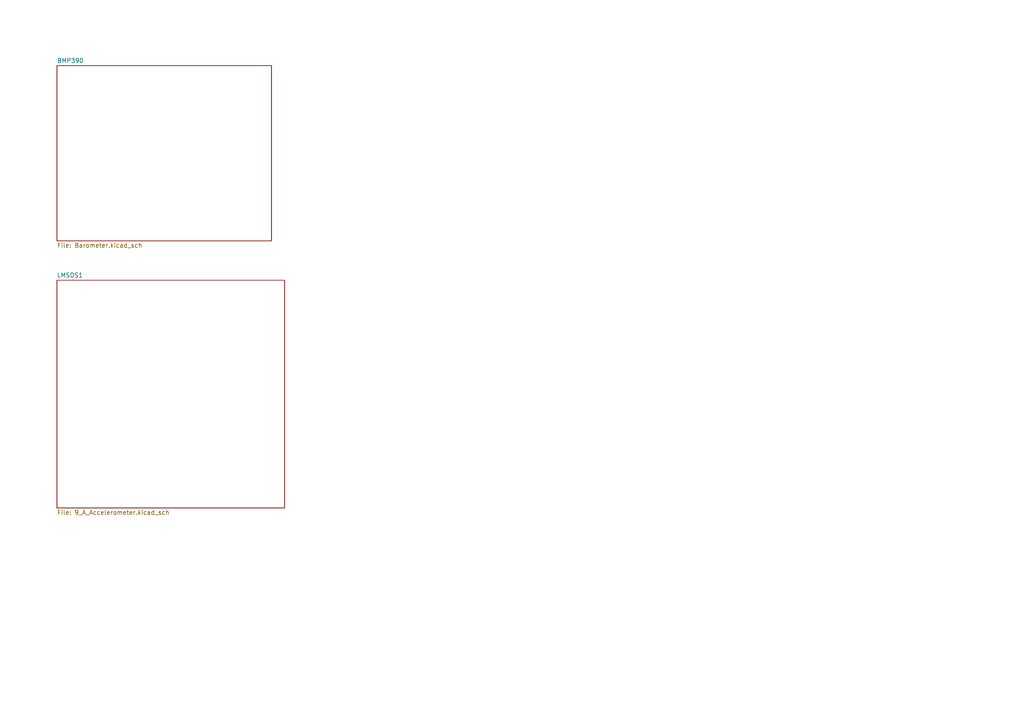
<source format=kicad_sch>
(kicad_sch (version 20230121) (generator eeschema)
  (paper "A4")
  (lib_symbols)
  (sheet (at 16.51 81.28) (size 66.04 66.04) (stroke (width 0.1524))
    (property "Sheetname" "LMSDS1" (at 16.51 80.5684 0) (effects (justify left bottom)))
    (property "Sheetfile" "9_A_Accelerometer.kicad_sch" (at 16.51 147.9046 0) (effects (justify left top)))
  )
  (sheet (at 16.51 19.05) (size 62.23 50.8) (stroke (width 0.1524))
    (property "Sheetname" "BMP390" (at 16.51 18.3384 0) (effects (justify left bottom)))
    (property "Sheetfile" "Barometer.kicad_sch" (at 16.51 70.4346 0) (effects (justify left top)))
  )
)
</source>
